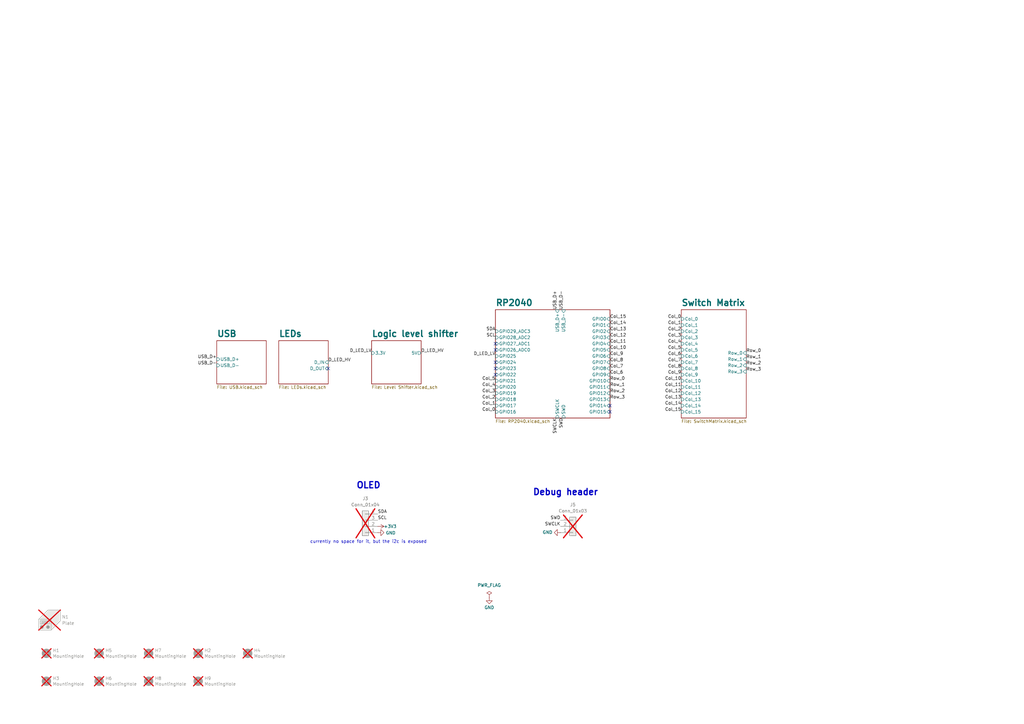
<source format=kicad_sch>
(kicad_sch
	(version 20231120)
	(generator "eeschema")
	(generator_version "8.0")
	(uuid "e63e39d7-6ac0-4ffd-8aa3-1841a4541b55")
	(paper "A3")
	(title_block
		(title "Mimic40")
		(date "2024-09-22")
		(rev "3")
		(comment 1 "Author: kevontheweb")
	)
	(lib_symbols
		(symbol "Connector_Generic:Conn_01x03"
			(pin_names
				(offset 1.016) hide)
			(exclude_from_sim no)
			(in_bom yes)
			(on_board yes)
			(property "Reference" "J"
				(at 0 5.08 0)
				(effects
					(font
						(size 1.27 1.27)
					)
				)
			)
			(property "Value" "Conn_01x03"
				(at 0 -5.08 0)
				(effects
					(font
						(size 1.27 1.27)
					)
				)
			)
			(property "Footprint" ""
				(at 0 0 0)
				(effects
					(font
						(size 1.27 1.27)
					)
					(hide yes)
				)
			)
			(property "Datasheet" "~"
				(at 0 0 0)
				(effects
					(font
						(size 1.27 1.27)
					)
					(hide yes)
				)
			)
			(property "Description" "Generic connector, single row, 01x03, script generated (kicad-library-utils/schlib/autogen/connector/)"
				(at 0 0 0)
				(effects
					(font
						(size 1.27 1.27)
					)
					(hide yes)
				)
			)
			(property "ki_keywords" "connector"
				(at 0 0 0)
				(effects
					(font
						(size 1.27 1.27)
					)
					(hide yes)
				)
			)
			(property "ki_fp_filters" "Connector*:*_1x??_*"
				(at 0 0 0)
				(effects
					(font
						(size 1.27 1.27)
					)
					(hide yes)
				)
			)
			(symbol "Conn_01x03_1_1"
				(rectangle
					(start -1.27 -2.413)
					(end 0 -2.667)
					(stroke
						(width 0.1524)
						(type default)
					)
					(fill
						(type none)
					)
				)
				(rectangle
					(start -1.27 0.127)
					(end 0 -0.127)
					(stroke
						(width 0.1524)
						(type default)
					)
					(fill
						(type none)
					)
				)
				(rectangle
					(start -1.27 2.667)
					(end 0 2.413)
					(stroke
						(width 0.1524)
						(type default)
					)
					(fill
						(type none)
					)
				)
				(rectangle
					(start -1.27 3.81)
					(end 1.27 -3.81)
					(stroke
						(width 0.254)
						(type default)
					)
					(fill
						(type background)
					)
				)
				(pin passive line
					(at -5.08 2.54 0)
					(length 3.81)
					(name "Pin_1"
						(effects
							(font
								(size 1.27 1.27)
							)
						)
					)
					(number "1"
						(effects
							(font
								(size 1.27 1.27)
							)
						)
					)
				)
				(pin passive line
					(at -5.08 0 0)
					(length 3.81)
					(name "Pin_2"
						(effects
							(font
								(size 1.27 1.27)
							)
						)
					)
					(number "2"
						(effects
							(font
								(size 1.27 1.27)
							)
						)
					)
				)
				(pin passive line
					(at -5.08 -2.54 0)
					(length 3.81)
					(name "Pin_3"
						(effects
							(font
								(size 1.27 1.27)
							)
						)
					)
					(number "3"
						(effects
							(font
								(size 1.27 1.27)
							)
						)
					)
				)
			)
		)
		(symbol "Connector_Generic:Conn_01x04"
			(pin_names
				(offset 1.016) hide)
			(exclude_from_sim no)
			(in_bom yes)
			(on_board yes)
			(property "Reference" "J"
				(at 0 5.08 0)
				(effects
					(font
						(size 1.27 1.27)
					)
				)
			)
			(property "Value" "Conn_01x04"
				(at 0 -7.62 0)
				(effects
					(font
						(size 1.27 1.27)
					)
				)
			)
			(property "Footprint" ""
				(at 0 0 0)
				(effects
					(font
						(size 1.27 1.27)
					)
					(hide yes)
				)
			)
			(property "Datasheet" "~"
				(at 0 0 0)
				(effects
					(font
						(size 1.27 1.27)
					)
					(hide yes)
				)
			)
			(property "Description" "Generic connector, single row, 01x04, script generated (kicad-library-utils/schlib/autogen/connector/)"
				(at 0 0 0)
				(effects
					(font
						(size 1.27 1.27)
					)
					(hide yes)
				)
			)
			(property "ki_keywords" "connector"
				(at 0 0 0)
				(effects
					(font
						(size 1.27 1.27)
					)
					(hide yes)
				)
			)
			(property "ki_fp_filters" "Connector*:*_1x??_*"
				(at 0 0 0)
				(effects
					(font
						(size 1.27 1.27)
					)
					(hide yes)
				)
			)
			(symbol "Conn_01x04_1_1"
				(rectangle
					(start -1.27 -4.953)
					(end 0 -5.207)
					(stroke
						(width 0.1524)
						(type default)
					)
					(fill
						(type none)
					)
				)
				(rectangle
					(start -1.27 -2.413)
					(end 0 -2.667)
					(stroke
						(width 0.1524)
						(type default)
					)
					(fill
						(type none)
					)
				)
				(rectangle
					(start -1.27 0.127)
					(end 0 -0.127)
					(stroke
						(width 0.1524)
						(type default)
					)
					(fill
						(type none)
					)
				)
				(rectangle
					(start -1.27 2.667)
					(end 0 2.413)
					(stroke
						(width 0.1524)
						(type default)
					)
					(fill
						(type none)
					)
				)
				(rectangle
					(start -1.27 3.81)
					(end 1.27 -6.35)
					(stroke
						(width 0.254)
						(type default)
					)
					(fill
						(type background)
					)
				)
				(pin passive line
					(at -5.08 2.54 0)
					(length 3.81)
					(name "Pin_1"
						(effects
							(font
								(size 1.27 1.27)
							)
						)
					)
					(number "1"
						(effects
							(font
								(size 1.27 1.27)
							)
						)
					)
				)
				(pin passive line
					(at -5.08 0 0)
					(length 3.81)
					(name "Pin_2"
						(effects
							(font
								(size 1.27 1.27)
							)
						)
					)
					(number "2"
						(effects
							(font
								(size 1.27 1.27)
							)
						)
					)
				)
				(pin passive line
					(at -5.08 -2.54 0)
					(length 3.81)
					(name "Pin_3"
						(effects
							(font
								(size 1.27 1.27)
							)
						)
					)
					(number "3"
						(effects
							(font
								(size 1.27 1.27)
							)
						)
					)
				)
				(pin passive line
					(at -5.08 -5.08 0)
					(length 3.81)
					(name "Pin_4"
						(effects
							(font
								(size 1.27 1.27)
							)
						)
					)
					(number "4"
						(effects
							(font
								(size 1.27 1.27)
							)
						)
					)
				)
			)
		)
		(symbol "Mechanical:Housing"
			(pin_names
				(offset 1.016)
			)
			(exclude_from_sim yes)
			(in_bom yes)
			(on_board yes)
			(property "Reference" "N"
				(at 3.81 0 0)
				(effects
					(font
						(size 1.27 1.27)
					)
					(justify left)
				)
			)
			(property "Value" "Housing"
				(at 3.81 -1.905 0)
				(effects
					(font
						(size 1.27 1.27)
					)
					(justify left)
				)
			)
			(property "Footprint" ""
				(at 1.27 1.27 0)
				(effects
					(font
						(size 1.27 1.27)
					)
					(hide yes)
				)
			)
			(property "Datasheet" "~"
				(at 1.27 1.27 0)
				(effects
					(font
						(size 1.27 1.27)
					)
					(hide yes)
				)
			)
			(property "Description" "Housing"
				(at 0 0 0)
				(effects
					(font
						(size 1.27 1.27)
					)
					(hide yes)
				)
			)
			(property "ki_keywords" "housing enclosure"
				(at 0 0 0)
				(effects
					(font
						(size 1.27 1.27)
					)
					(hide yes)
				)
			)
			(property "ki_fp_filters" "Enclosure* Housing*"
				(at 0 0 0)
				(effects
					(font
						(size 1.27 1.27)
					)
					(hide yes)
				)
			)
			(symbol "Housing_0_1"
				(rectangle
					(start -5.08 -0.635)
					(end -1.27 -1.905)
					(stroke
						(width 0)
						(type default)
					)
					(fill
						(type none)
					)
				)
				(circle
					(center -4.445 -3.175)
					(radius 0.635)
					(stroke
						(width 0)
						(type default)
					)
					(fill
						(type outline)
					)
				)
				(circle
					(center -1.905 -3.175)
					(radius 0.635)
					(stroke
						(width 0)
						(type default)
					)
					(fill
						(type outline)
					)
				)
				(polyline
					(pts
						(xy -4.5212 -1.5748) (xy -4.4704 -1.3716)
					)
					(stroke
						(width 0)
						(type default)
					)
					(fill
						(type none)
					)
				)
				(polyline
					(pts
						(xy -4.4196 -1.6764) (xy -4.064 -1.6764)
					)
					(stroke
						(width 0)
						(type default)
					)
					(fill
						(type none)
					)
				)
				(polyline
					(pts
						(xy -4.4196 -1.2192) (xy -4.3688 -0.9652)
					)
					(stroke
						(width 0)
						(type default)
					)
					(fill
						(type none)
					)
				)
				(polyline
					(pts
						(xy -4.318 -1.3208) (xy -4.0132 -1.3208)
					)
					(stroke
						(width 0)
						(type default)
					)
					(fill
						(type none)
					)
				)
				(polyline
					(pts
						(xy -4.2164 -0.9144) (xy -3.9116 -0.9144)
					)
					(stroke
						(width 0)
						(type default)
					)
					(fill
						(type none)
					)
				)
				(polyline
					(pts
						(xy -3.9116 -1.6256) (xy -3.8608 -1.3716)
					)
					(stroke
						(width 0)
						(type default)
					)
					(fill
						(type none)
					)
				)
				(polyline
					(pts
						(xy -3.81 -1.2192) (xy -3.7592 -0.9652)
					)
					(stroke
						(width 0)
						(type default)
					)
					(fill
						(type none)
					)
				)
				(polyline
					(pts
						(xy -3.6068 -1.5748) (xy -3.556 -1.3716)
					)
					(stroke
						(width 0)
						(type default)
					)
					(fill
						(type none)
					)
				)
				(polyline
					(pts
						(xy -3.5052 -1.6764) (xy -3.1496 -1.6764)
					)
					(stroke
						(width 0)
						(type default)
					)
					(fill
						(type none)
					)
				)
				(polyline
					(pts
						(xy -3.5052 -1.2192) (xy -3.4544 -0.9652)
					)
					(stroke
						(width 0)
						(type default)
					)
					(fill
						(type none)
					)
				)
				(polyline
					(pts
						(xy -3.4036 -1.3208) (xy -3.0988 -1.3208)
					)
					(stroke
						(width 0)
						(type default)
					)
					(fill
						(type none)
					)
				)
				(polyline
					(pts
						(xy -3.302 -0.9144) (xy -2.9972 -0.9144)
					)
					(stroke
						(width 0)
						(type default)
					)
					(fill
						(type none)
					)
				)
				(polyline
					(pts
						(xy -2.9972 -1.6256) (xy -2.9464 -1.3716)
					)
					(stroke
						(width 0)
						(type default)
					)
					(fill
						(type none)
					)
				)
				(polyline
					(pts
						(xy -2.8956 -1.2192) (xy -2.8448 -0.9652)
					)
					(stroke
						(width 0)
						(type default)
					)
					(fill
						(type none)
					)
				)
				(polyline
					(pts
						(xy -2.6924 -1.5748) (xy -2.6416 -1.3716)
					)
					(stroke
						(width 0)
						(type default)
					)
					(fill
						(type none)
					)
				)
				(polyline
					(pts
						(xy -2.5908 -1.6764) (xy -2.2352 -1.6764)
					)
					(stroke
						(width 0)
						(type default)
					)
					(fill
						(type none)
					)
				)
				(polyline
					(pts
						(xy -2.5908 -1.2192) (xy -2.54 -0.9652)
					)
					(stroke
						(width 0)
						(type default)
					)
					(fill
						(type none)
					)
				)
				(polyline
					(pts
						(xy -2.4892 -1.3208) (xy -2.1844 -1.3208)
					)
					(stroke
						(width 0)
						(type default)
					)
					(fill
						(type none)
					)
				)
				(polyline
					(pts
						(xy -2.3876 -0.9144) (xy -2.0828 -0.9144)
					)
					(stroke
						(width 0)
						(type default)
					)
					(fill
						(type none)
					)
				)
				(polyline
					(pts
						(xy -2.0828 -1.6256) (xy -2.032 -1.3716)
					)
					(stroke
						(width 0)
						(type default)
					)
					(fill
						(type none)
					)
				)
				(polyline
					(pts
						(xy -1.9812 -1.2192) (xy -1.9304 -0.9652)
					)
					(stroke
						(width 0)
						(type default)
					)
					(fill
						(type none)
					)
				)
				(polyline
					(pts
						(xy -0.635 0) (xy -0.635 -4.445)
					)
					(stroke
						(width 0)
						(type default)
					)
					(fill
						(type none)
					)
				)
				(polyline
					(pts
						(xy -5.715 0) (xy -0.635 0) (xy 3.175 3.81)
					)
					(stroke
						(width 0)
						(type default)
					)
					(fill
						(type none)
					)
				)
				(polyline
					(pts
						(xy -5.715 0) (xy -5.715 -4.445) (xy -0.635 -4.445) (xy 3.175 -0.635) (xy 3.175 3.81) (xy -1.905 3.81)
						(xy -5.715 0)
					)
					(stroke
						(width 0)
						(type default)
					)
					(fill
						(type background)
					)
				)
			)
		)
		(symbol "Mechanical:MountingHole"
			(pin_names
				(offset 1.016)
			)
			(exclude_from_sim no)
			(in_bom yes)
			(on_board yes)
			(property "Reference" "H"
				(at 0 5.08 0)
				(effects
					(font
						(size 1.27 1.27)
					)
				)
			)
			(property "Value" "MountingHole"
				(at 0 3.175 0)
				(effects
					(font
						(size 1.27 1.27)
					)
				)
			)
			(property "Footprint" ""
				(at 0 0 0)
				(effects
					(font
						(size 1.27 1.27)
					)
					(hide yes)
				)
			)
			(property "Datasheet" "~"
				(at 0 0 0)
				(effects
					(font
						(size 1.27 1.27)
					)
					(hide yes)
				)
			)
			(property "Description" "Mounting Hole without connection"
				(at 0 0 0)
				(effects
					(font
						(size 1.27 1.27)
					)
					(hide yes)
				)
			)
			(property "ki_keywords" "mounting hole"
				(at 0 0 0)
				(effects
					(font
						(size 1.27 1.27)
					)
					(hide yes)
				)
			)
			(property "ki_fp_filters" "MountingHole*"
				(at 0 0 0)
				(effects
					(font
						(size 1.27 1.27)
					)
					(hide yes)
				)
			)
			(symbol "MountingHole_0_1"
				(circle
					(center 0 0)
					(radius 1.27)
					(stroke
						(width 1.27)
						(type default)
					)
					(fill
						(type none)
					)
				)
			)
		)
		(symbol "power:+3V3"
			(power)
			(pin_numbers hide)
			(pin_names
				(offset 0) hide)
			(exclude_from_sim no)
			(in_bom yes)
			(on_board yes)
			(property "Reference" "#PWR"
				(at 0 -3.81 0)
				(effects
					(font
						(size 1.27 1.27)
					)
					(hide yes)
				)
			)
			(property "Value" "+3V3"
				(at 0 3.556 0)
				(effects
					(font
						(size 1.27 1.27)
					)
				)
			)
			(property "Footprint" ""
				(at 0 0 0)
				(effects
					(font
						(size 1.27 1.27)
					)
					(hide yes)
				)
			)
			(property "Datasheet" ""
				(at 0 0 0)
				(effects
					(font
						(size 1.27 1.27)
					)
					(hide yes)
				)
			)
			(property "Description" "Power symbol creates a global label with name \"+3V3\""
				(at 0 0 0)
				(effects
					(font
						(size 1.27 1.27)
					)
					(hide yes)
				)
			)
			(property "ki_keywords" "global power"
				(at 0 0 0)
				(effects
					(font
						(size 1.27 1.27)
					)
					(hide yes)
				)
			)
			(symbol "+3V3_0_1"
				(polyline
					(pts
						(xy -0.762 1.27) (xy 0 2.54)
					)
					(stroke
						(width 0)
						(type default)
					)
					(fill
						(type none)
					)
				)
				(polyline
					(pts
						(xy 0 0) (xy 0 2.54)
					)
					(stroke
						(width 0)
						(type default)
					)
					(fill
						(type none)
					)
				)
				(polyline
					(pts
						(xy 0 2.54) (xy 0.762 1.27)
					)
					(stroke
						(width 0)
						(type default)
					)
					(fill
						(type none)
					)
				)
			)
			(symbol "+3V3_1_1"
				(pin power_in line
					(at 0 0 90)
					(length 0)
					(name "~"
						(effects
							(font
								(size 1.27 1.27)
							)
						)
					)
					(number "1"
						(effects
							(font
								(size 1.27 1.27)
							)
						)
					)
				)
			)
		)
		(symbol "power:GND"
			(power)
			(pin_numbers hide)
			(pin_names
				(offset 0) hide)
			(exclude_from_sim no)
			(in_bom yes)
			(on_board yes)
			(property "Reference" "#PWR"
				(at 0 -6.35 0)
				(effects
					(font
						(size 1.27 1.27)
					)
					(hide yes)
				)
			)
			(property "Value" "GND"
				(at 0 -3.81 0)
				(effects
					(font
						(size 1.27 1.27)
					)
				)
			)
			(property "Footprint" ""
				(at 0 0 0)
				(effects
					(font
						(size 1.27 1.27)
					)
					(hide yes)
				)
			)
			(property "Datasheet" ""
				(at 0 0 0)
				(effects
					(font
						(size 1.27 1.27)
					)
					(hide yes)
				)
			)
			(property "Description" "Power symbol creates a global label with name \"GND\" , ground"
				(at 0 0 0)
				(effects
					(font
						(size 1.27 1.27)
					)
					(hide yes)
				)
			)
			(property "ki_keywords" "global power"
				(at 0 0 0)
				(effects
					(font
						(size 1.27 1.27)
					)
					(hide yes)
				)
			)
			(symbol "GND_0_1"
				(polyline
					(pts
						(xy 0 0) (xy 0 -1.27) (xy 1.27 -1.27) (xy 0 -2.54) (xy -1.27 -1.27) (xy 0 -1.27)
					)
					(stroke
						(width 0)
						(type default)
					)
					(fill
						(type none)
					)
				)
			)
			(symbol "GND_1_1"
				(pin power_in line
					(at 0 0 270)
					(length 0)
					(name "~"
						(effects
							(font
								(size 1.27 1.27)
							)
						)
					)
					(number "1"
						(effects
							(font
								(size 1.27 1.27)
							)
						)
					)
				)
			)
		)
		(symbol "power:PWR_FLAG"
			(power)
			(pin_numbers hide)
			(pin_names
				(offset 0) hide)
			(exclude_from_sim no)
			(in_bom yes)
			(on_board yes)
			(property "Reference" "#FLG"
				(at 0 1.905 0)
				(effects
					(font
						(size 1.27 1.27)
					)
					(hide yes)
				)
			)
			(property "Value" "PWR_FLAG"
				(at 0 3.81 0)
				(effects
					(font
						(size 1.27 1.27)
					)
				)
			)
			(property "Footprint" ""
				(at 0 0 0)
				(effects
					(font
						(size 1.27 1.27)
					)
					(hide yes)
				)
			)
			(property "Datasheet" "~"
				(at 0 0 0)
				(effects
					(font
						(size 1.27 1.27)
					)
					(hide yes)
				)
			)
			(property "Description" "Special symbol for telling ERC where power comes from"
				(at 0 0 0)
				(effects
					(font
						(size 1.27 1.27)
					)
					(hide yes)
				)
			)
			(property "ki_keywords" "flag power"
				(at 0 0 0)
				(effects
					(font
						(size 1.27 1.27)
					)
					(hide yes)
				)
			)
			(symbol "PWR_FLAG_0_0"
				(pin power_out line
					(at 0 0 90)
					(length 0)
					(name "~"
						(effects
							(font
								(size 1.27 1.27)
							)
						)
					)
					(number "1"
						(effects
							(font
								(size 1.27 1.27)
							)
						)
					)
				)
			)
			(symbol "PWR_FLAG_0_1"
				(polyline
					(pts
						(xy 0 0) (xy 0 1.27) (xy -1.016 1.905) (xy 0 2.54) (xy 1.016 1.905) (xy 0 1.27)
					)
					(stroke
						(width 0)
						(type default)
					)
					(fill
						(type none)
					)
				)
			)
		)
	)
	(no_connect
		(at 203.2 140.97)
		(uuid "425e2481-96c1-40f9-8522-ae65b63c5eee")
	)
	(no_connect
		(at 134.62 151.13)
		(uuid "57ebf332-13e1-4167-bb01-ec388ea1f3ce")
	)
	(no_connect
		(at 250.19 168.91)
		(uuid "74084970-3ce6-4f41-8433-6dc0480bf6e7")
	)
	(no_connect
		(at 203.2 153.67)
		(uuid "bd761c3c-0a4e-4c2a-afc4-606c80a1678e")
	)
	(no_connect
		(at 250.19 166.37)
		(uuid "c77be109-8247-4fa2-a3c5-6aa30ec2f704")
	)
	(no_connect
		(at 203.2 148.59)
		(uuid "cf6efb3b-bc02-4b75-aaf4-b3a68099c067")
	)
	(no_connect
		(at 203.2 143.51)
		(uuid "cff22270-6ddd-4b2f-b68d-9e801234aa84")
	)
	(no_connect
		(at 203.2 151.13)
		(uuid "f6e98e0f-163f-47b4-9615-5c0c7c4166a0")
	)
	(text "Debug header"
		(exclude_from_sim no)
		(at 218.44 203.454 0)
		(effects
			(font
				(size 2.54 2.54)
				(thickness 0.508)
				(bold yes)
			)
			(justify left bottom)
		)
		(uuid "3640d65e-69a3-40dc-9919-0fbe9156d6bf")
	)
	(text "currently no space for it, but the i2c is exposed"
		(exclude_from_sim no)
		(at 151.13 222.25 0)
		(effects
			(font
				(size 1.27 1.27)
			)
		)
		(uuid "4e6759dc-291b-44c6-8cb0-f54cf5536854")
	)
	(text "OLED"
		(exclude_from_sim no)
		(at 146.05 200.66 0)
		(effects
			(font
				(size 2.54 2.54)
				(thickness 0.508)
				(bold yes)
			)
			(justify left bottom)
		)
		(uuid "f6fb979f-df91-4840-8c73-a60b4da31f42")
	)
	(label "Col_7"
		(at 279.4 148.59 180)
		(fields_autoplaced yes)
		(effects
			(font
				(size 1.27 1.27)
			)
			(justify right bottom)
		)
		(uuid "0071c9e6-566b-470a-85d4-2173788ef974")
	)
	(label "Col_5"
		(at 203.2 156.21 180)
		(fields_autoplaced yes)
		(effects
			(font
				(size 1.27 1.27)
			)
			(justify right bottom)
		)
		(uuid "03d71644-1cf0-4910-b495-51110a8a7a74")
	)
	(label "Row_2"
		(at 306.07 149.86 0)
		(fields_autoplaced yes)
		(effects
			(font
				(size 1.27 1.27)
			)
			(justify left bottom)
		)
		(uuid "05d0a37e-ee5f-44e9-9c8d-ab6235304882")
	)
	(label "Row_0"
		(at 306.07 144.78 0)
		(fields_autoplaced yes)
		(effects
			(font
				(size 1.27 1.27)
			)
			(justify left bottom)
		)
		(uuid "142b16e4-b022-47a9-9838-df80d08a1ac5")
	)
	(label "SWCLK"
		(at 228.6 171.45 270)
		(fields_autoplaced yes)
		(effects
			(font
				(size 1.27 1.27)
			)
			(justify right bottom)
		)
		(uuid "1625432b-4bab-4b1f-8bd1-a14bbaf6cf5a")
	)
	(label "USB_D-"
		(at 231.14 127 90)
		(fields_autoplaced yes)
		(effects
			(font
				(size 1.27 1.27)
			)
			(justify left bottom)
		)
		(uuid "19ffc724-c695-4bd0-85fb-9bd7e758fe73")
	)
	(label "Col_6"
		(at 279.4 146.05 180)
		(fields_autoplaced yes)
		(effects
			(font
				(size 1.27 1.27)
			)
			(justify right bottom)
		)
		(uuid "1fc95623-e5cc-4d62-908e-eda92d36b056")
	)
	(label "SWCLK"
		(at 229.87 215.9 180)
		(fields_autoplaced yes)
		(effects
			(font
				(size 1.27 1.27)
			)
			(justify right bottom)
		)
		(uuid "21dc48cb-e3cc-4a58-8226-1035e220946a")
	)
	(label "SDA"
		(at 203.2 135.89 180)
		(fields_autoplaced yes)
		(effects
			(font
				(size 1.27 1.27)
			)
			(justify right bottom)
		)
		(uuid "24ed5c34-a1ac-4887-9988-489f97b5584c")
	)
	(label "Col_15"
		(at 250.19 130.81 0)
		(fields_autoplaced yes)
		(effects
			(font
				(size 1.27 1.27)
			)
			(justify left bottom)
		)
		(uuid "25df6085-dfd1-4d69-afd4-868d6df8156b")
	)
	(label "Col_13"
		(at 250.19 135.89 0)
		(fields_autoplaced yes)
		(effects
			(font
				(size 1.27 1.27)
			)
			(justify left bottom)
		)
		(uuid "274bd818-7a6d-4ff8-acc5-12e75b3c5a78")
	)
	(label "Col_4"
		(at 203.2 158.75 180)
		(fields_autoplaced yes)
		(effects
			(font
				(size 1.27 1.27)
			)
			(justify right bottom)
		)
		(uuid "280517a5-3990-466e-a256-2d951555cbb2")
	)
	(label "Row_3"
		(at 306.07 152.4 0)
		(fields_autoplaced yes)
		(effects
			(font
				(size 1.27 1.27)
			)
			(justify left bottom)
		)
		(uuid "2893b3e5-94b1-40ba-8d96-95a42794216b")
	)
	(label "SWD"
		(at 229.87 213.36 180)
		(fields_autoplaced yes)
		(effects
			(font
				(size 1.27 1.27)
			)
			(justify right bottom)
		)
		(uuid "33c5d4c7-78a3-4dfe-b07f-8203947fd81d")
	)
	(label "Col_12"
		(at 250.19 138.43 0)
		(fields_autoplaced yes)
		(effects
			(font
				(size 1.27 1.27)
			)
			(justify left bottom)
		)
		(uuid "3cab05da-ec1c-4203-8ba2-7bd0669d19da")
	)
	(label "Col_5"
		(at 279.4 143.51 180)
		(fields_autoplaced yes)
		(effects
			(font
				(size 1.27 1.27)
			)
			(justify right bottom)
		)
		(uuid "3f8c7c68-cd03-49c5-a170-d64162628fed")
	)
	(label "Col_6"
		(at 250.19 153.67 0)
		(fields_autoplaced yes)
		(effects
			(font
				(size 1.27 1.27)
			)
			(justify left bottom)
		)
		(uuid "55ea0219-2c15-451d-a586-3f222cfb8895")
	)
	(label "Col_0"
		(at 279.4 130.81 180)
		(fields_autoplaced yes)
		(effects
			(font
				(size 1.27 1.27)
			)
			(justify right bottom)
		)
		(uuid "66afa62f-1c59-492d-b194-dde621b7c8fd")
	)
	(label "Col_4"
		(at 279.4 140.97 180)
		(fields_autoplaced yes)
		(effects
			(font
				(size 1.27 1.27)
			)
			(justify right bottom)
		)
		(uuid "6a337a04-ee9a-4e61-a158-cb04be829d41")
	)
	(label "Col_1"
		(at 279.4 133.35 180)
		(fields_autoplaced yes)
		(effects
			(font
				(size 1.27 1.27)
			)
			(justify right bottom)
		)
		(uuid "6c6bc396-263e-4cb6-870f-4a4d8e6e95a1")
	)
	(label "Col_3"
		(at 203.2 161.29 180)
		(fields_autoplaced yes)
		(effects
			(font
				(size 1.27 1.27)
			)
			(justify right bottom)
		)
		(uuid "6ff0874f-e099-4be5-ab95-aba2ecc711e2")
	)
	(label "Col_11"
		(at 250.19 140.97 0)
		(fields_autoplaced yes)
		(effects
			(font
				(size 1.27 1.27)
			)
			(justify left bottom)
		)
		(uuid "724b5c51-1fbb-4bfb-8994-8922d5a7287a")
	)
	(label "Col_0"
		(at 203.2 168.91 180)
		(fields_autoplaced yes)
		(effects
			(font
				(size 1.27 1.27)
			)
			(justify right bottom)
		)
		(uuid "734c6c0e-4952-44d0-a633-e85127e86c15")
	)
	(label "Col_13"
		(at 279.4 163.83 180)
		(fields_autoplaced yes)
		(effects
			(font
				(size 1.27 1.27)
			)
			(justify right bottom)
		)
		(uuid "7491670c-716f-4295-811e-40f0d65c105b")
	)
	(label "Row_1"
		(at 306.07 147.32 0)
		(fields_autoplaced yes)
		(effects
			(font
				(size 1.27 1.27)
			)
			(justify left bottom)
		)
		(uuid "78326749-91d5-494a-b49c-76de87abc118")
	)
	(label "D_LED_LV"
		(at 152.4 144.78 180)
		(fields_autoplaced yes)
		(effects
			(font
				(size 1.27 1.27)
			)
			(justify right bottom)
		)
		(uuid "7836a28f-379d-4645-8cff-48891013f931")
	)
	(label "Col_1"
		(at 203.2 166.37 180)
		(fields_autoplaced yes)
		(effects
			(font
				(size 1.27 1.27)
			)
			(justify right bottom)
		)
		(uuid "7ad66dc8-034d-44d1-bdaa-4d074124bc90")
	)
	(label "Col_8"
		(at 250.19 148.59 0)
		(fields_autoplaced yes)
		(effects
			(font
				(size 1.27 1.27)
			)
			(justify left bottom)
		)
		(uuid "8875dc87-dfcf-46f5-ab90-46c718885b3b")
	)
	(label "SWD"
		(at 231.14 171.45 270)
		(fields_autoplaced yes)
		(effects
			(font
				(size 1.27 1.27)
			)
			(justify right bottom)
		)
		(uuid "8bd62bc1-bdfb-42b5-b428-8cf9fcd33af6")
	)
	(label "USB_D+"
		(at 88.9 147.32 180)
		(fields_autoplaced yes)
		(effects
			(font
				(size 1.27 1.27)
			)
			(justify right bottom)
		)
		(uuid "8e6b641a-3728-41bc-8533-8f2fd055fabf")
	)
	(label "Row_0"
		(at 250.19 156.21 0)
		(fields_autoplaced yes)
		(effects
			(font
				(size 1.27 1.27)
			)
			(justify left bottom)
		)
		(uuid "9bb99a8d-982a-4ebc-a520-4997d1b8b806")
	)
	(label "Col_15"
		(at 279.4 168.91 180)
		(fields_autoplaced yes)
		(effects
			(font
				(size 1.27 1.27)
			)
			(justify right bottom)
		)
		(uuid "9c72a969-9641-4360-91cf-ee94d62f4ae5")
	)
	(label "SCL"
		(at 154.94 213.36 0)
		(fields_autoplaced yes)
		(effects
			(font
				(size 1.27 1.27)
			)
			(justify left bottom)
		)
		(uuid "9c7e75f2-d626-4105-b89f-3229fda4c1c2")
	)
	(label "Col_3"
		(at 279.4 138.43 180)
		(fields_autoplaced yes)
		(effects
			(font
				(size 1.27 1.27)
			)
			(justify right bottom)
		)
		(uuid "9d748686-afcd-412e-8577-c60ae1bfcd8f")
	)
	(label "Col_14"
		(at 279.4 166.37 180)
		(fields_autoplaced yes)
		(effects
			(font
				(size 1.27 1.27)
			)
			(justify right bottom)
		)
		(uuid "9db6868d-e810-4ba4-84ac-6742c93ee667")
	)
	(label "Col_9"
		(at 279.4 153.67 180)
		(fields_autoplaced yes)
		(effects
			(font
				(size 1.27 1.27)
			)
			(justify right bottom)
		)
		(uuid "9ea7fa77-8925-4113-86aa-6fff5931f710")
	)
	(label "Col_9"
		(at 250.19 146.05 0)
		(fields_autoplaced yes)
		(effects
			(font
				(size 1.27 1.27)
			)
			(justify left bottom)
		)
		(uuid "9f840754-ef85-44ee-b37c-35fa716e51fc")
	)
	(label "Col_10"
		(at 279.4 156.21 180)
		(fields_autoplaced yes)
		(effects
			(font
				(size 1.27 1.27)
			)
			(justify right bottom)
		)
		(uuid "a0957532-77aa-46d6-89c8-4567f2f09ef9")
	)
	(label "Col_10"
		(at 250.19 143.51 0)
		(fields_autoplaced yes)
		(effects
			(font
				(size 1.27 1.27)
			)
			(justify left bottom)
		)
		(uuid "a2f5573d-501b-4429-9e3b-5c70a9ef7fb0")
	)
	(label "Col_11"
		(at 279.4 158.75 180)
		(fields_autoplaced yes)
		(effects
			(font
				(size 1.27 1.27)
			)
			(justify right bottom)
		)
		(uuid "ab71b56b-8a02-4df6-bd09-582a3b9c749f")
	)
	(label "D_LED_HV"
		(at 134.62 148.59 0)
		(fields_autoplaced yes)
		(effects
			(font
				(size 1.27 1.27)
			)
			(justify left bottom)
		)
		(uuid "ac67e277-e85a-4bd1-a925-1755d9448035")
	)
	(label "Row_3"
		(at 250.19 163.83 0)
		(fields_autoplaced yes)
		(effects
			(font
				(size 1.27 1.27)
			)
			(justify left bottom)
		)
		(uuid "ad8b7dd5-5b17-4e56-bb58-c7a0281ed99e")
	)
	(label "Col_7"
		(at 250.19 151.13 0)
		(fields_autoplaced yes)
		(effects
			(font
				(size 1.27 1.27)
			)
			(justify left bottom)
		)
		(uuid "b74ff2ed-958f-4e91-b998-74bcef447a08")
	)
	(label "Col_8"
		(at 279.4 151.13 180)
		(fields_autoplaced yes)
		(effects
			(font
				(size 1.27 1.27)
			)
			(justify right bottom)
		)
		(uuid "bd0213b3-cf21-4c5b-a2d5-695cb680f139")
	)
	(label "Col_2"
		(at 203.2 163.83 180)
		(fields_autoplaced yes)
		(effects
			(font
				(size 1.27 1.27)
			)
			(justify right bottom)
		)
		(uuid "ca466a8b-caf9-46ac-9d0a-604b4004c730")
	)
	(label "USB_D-"
		(at 88.9 149.86 180)
		(fields_autoplaced yes)
		(effects
			(font
				(size 1.27 1.27)
			)
			(justify right bottom)
		)
		(uuid "cb76397c-f219-4ba0-9978-d64d47e1b50d")
	)
	(label "SCL"
		(at 203.2 138.43 180)
		(fields_autoplaced yes)
		(effects
			(font
				(size 1.27 1.27)
			)
			(justify right bottom)
		)
		(uuid "ce891bc4-c21b-4203-a840-749dde8caeaa")
	)
	(label "D_LED_HV"
		(at 172.72 144.78 0)
		(fields_autoplaced yes)
		(effects
			(font
				(size 1.27 1.27)
			)
			(justify left bottom)
		)
		(uuid "cf28d47a-17a1-4c72-959d-3a0dae41a2a5")
	)
	(label "Row_2"
		(at 250.19 161.29 0)
		(fields_autoplaced yes)
		(effects
			(font
				(size 1.27 1.27)
			)
			(justify left bottom)
		)
		(uuid "e5b075b8-6c94-4b6c-901d-56626a3d3187")
	)
	(label "Col_14"
		(at 250.19 133.35 0)
		(fields_autoplaced yes)
		(effects
			(font
				(size 1.27 1.27)
			)
			(justify left bottom)
		)
		(uuid "e5f51442-a787-4a7a-b651-694d5205e8bd")
	)
	(label "D_LED_LV"
		(at 203.2 146.05 180)
		(fields_autoplaced yes)
		(effects
			(font
				(size 1.27 1.27)
			)
			(justify right bottom)
		)
		(uuid "e8bb6026-dc5e-4cf7-aaff-349267a3dea7")
	)
	(label "Col_12"
		(at 279.4 161.29 180)
		(fields_autoplaced yes)
		(effects
			(font
				(size 1.27 1.27)
			)
			(justify right bottom)
		)
		(uuid "eb873c4e-156f-468a-88fd-09de6eae45ec")
	)
	(label "SDA"
		(at 154.94 210.82 0)
		(fields_autoplaced yes)
		(effects
			(font
				(size 1.27 1.27)
			)
			(justify left bottom)
		)
		(uuid "f1d34609-e106-497c-84f2-c2eb31b33314")
	)
	(label "Row_1"
		(at 250.19 158.75 0)
		(fields_autoplaced yes)
		(effects
			(font
				(size 1.27 1.27)
			)
			(justify left bottom)
		)
		(uuid "f2fb77f8-86ab-45be-8de2-b83bfab5d7ac")
	)
	(label "Col_2"
		(at 279.4 135.89 180)
		(fields_autoplaced yes)
		(effects
			(font
				(size 1.27 1.27)
			)
			(justify right bottom)
		)
		(uuid "f66ecf92-0ac3-452e-ab12-3742787a1b2b")
	)
	(label "USB_D+"
		(at 228.6 127 90)
		(fields_autoplaced yes)
		(effects
			(font
				(size 1.27 1.27)
			)
			(justify left bottom)
		)
		(uuid "f7b3e80c-2a39-4c26-96b2-d715d9a80186")
	)
	(symbol
		(lib_id "Mechanical:MountingHole")
		(at 19.05 279.4 0)
		(unit 1)
		(exclude_from_sim no)
		(in_bom no)
		(on_board yes)
		(dnp yes)
		(uuid "00000000-0000-0000-0000-00005e99ad30")
		(property "Reference" "H3"
			(at 21.59 278.2316 0)
			(effects
				(font
					(size 1.27 1.27)
				)
				(justify left)
			)
		)
		(property "Value" "MountingHole"
			(at 21.59 280.543 0)
			(effects
				(font
					(size 1.27 1.27)
				)
				(justify left)
			)
		)
		(property "Footprint" "MountingHole:MountingHole_2.2mm_M2"
			(at 19.05 279.4 0)
			(effects
				(font
					(size 1.27 1.27)
				)
				(hide yes)
			)
		)
		(property "Datasheet" "~"
			(at 19.05 279.4 0)
			(effects
				(font
					(size 1.27 1.27)
				)
				(hide yes)
			)
		)
		(property "Description" ""
			(at 19.05 279.4 0)
			(effects
				(font
					(size 1.27 1.27)
				)
				(hide yes)
			)
		)
		(property "Digikey" ""
			(at 19.05 279.4 0)
			(effects
				(font
					(size 1.27 1.27)
				)
				(hide yes)
			)
		)
		(property "LCSC" ""
			(at 19.05 279.4 0)
			(effects
				(font
					(size 1.27 1.27)
				)
				(hide yes)
			)
		)
		(property "MPN" "DNP"
			(at 19.05 279.4 0)
			(effects
				(font
					(size 1.27 1.27)
				)
				(hide yes)
			)
		)
		(property "Manufacturer" ""
			(at 19.05 279.4 0)
			(effects
				(font
					(size 1.27 1.27)
				)
				(hide yes)
			)
		)
		(property "Type" ""
			(at 19.05 279.4 0)
			(effects
				(font
					(size 1.27 1.27)
				)
				(hide yes)
			)
		)
		(property "Comment" ""
			(at 19.05 279.4 0)
			(effects
				(font
					(size 1.27 1.27)
				)
				(hide yes)
			)
		)
		(instances
			(project "Mimic40"
				(path "/e63e39d7-6ac0-4ffd-8aa3-1841a4541b55"
					(reference "H3")
					(unit 1)
				)
			)
		)
	)
	(symbol
		(lib_id "Mechanical:MountingHole")
		(at 19.05 267.97 0)
		(unit 1)
		(exclude_from_sim no)
		(in_bom no)
		(on_board yes)
		(dnp yes)
		(uuid "00000000-0000-0000-0000-00005e99b06f")
		(property "Reference" "H1"
			(at 21.59 266.8016 0)
			(effects
				(font
					(size 1.27 1.27)
				)
				(justify left)
			)
		)
		(property "Value" "MountingHole"
			(at 21.59 269.113 0)
			(effects
				(font
					(size 1.27 1.27)
				)
				(justify left)
			)
		)
		(property "Footprint" "MountingHole:MountingHole_2.2mm_M2"
			(at 19.05 267.97 0)
			(effects
				(font
					(size 1.27 1.27)
				)
				(hide yes)
			)
		)
		(property "Datasheet" "~"
			(at 19.05 267.97 0)
			(effects
				(font
					(size 1.27 1.27)
				)
				(hide yes)
			)
		)
		(property "Description" ""
			(at 19.05 267.97 0)
			(effects
				(font
					(size 1.27 1.27)
				)
				(hide yes)
			)
		)
		(property "Digikey" ""
			(at 19.05 267.97 0)
			(effects
				(font
					(size 1.27 1.27)
				)
				(hide yes)
			)
		)
		(property "LCSC" ""
			(at 19.05 267.97 0)
			(effects
				(font
					(size 1.27 1.27)
				)
				(hide yes)
			)
		)
		(property "MPN" "DNP"
			(at 19.05 267.97 0)
			(effects
				(font
					(size 1.27 1.27)
				)
				(hide yes)
			)
		)
		(property "Manufacturer" ""
			(at 19.05 267.97 0)
			(effects
				(font
					(size 1.27 1.27)
				)
				(hide yes)
			)
		)
		(property "Type" ""
			(at 19.05 267.97 0)
			(effects
				(font
					(size 1.27 1.27)
				)
				(hide yes)
			)
		)
		(property "Comment" ""
			(at 19.05 267.97 0)
			(effects
				(font
					(size 1.27 1.27)
				)
				(hide yes)
			)
		)
		(instances
			(project "Mimic40"
				(path "/e63e39d7-6ac0-4ffd-8aa3-1841a4541b55"
					(reference "H1")
					(unit 1)
				)
			)
		)
	)
	(symbol
		(lib_id "Mechanical:MountingHole")
		(at 40.64 267.97 0)
		(unit 1)
		(exclude_from_sim no)
		(in_bom no)
		(on_board yes)
		(dnp yes)
		(uuid "00000000-0000-0000-0000-00005e99cf54")
		(property "Reference" "H5"
			(at 43.18 266.8016 0)
			(effects
				(font
					(size 1.27 1.27)
				)
				(justify left)
			)
		)
		(property "Value" "MountingHole"
			(at 43.18 269.113 0)
			(effects
				(font
					(size 1.27 1.27)
				)
				(justify left)
			)
		)
		(property "Footprint" "MountingHole:MountingHole_2.2mm_M2"
			(at 40.64 267.97 0)
			(effects
				(font
					(size 1.27 1.27)
				)
				(hide yes)
			)
		)
		(property "Datasheet" "~"
			(at 40.64 267.97 0)
			(effects
				(font
					(size 1.27 1.27)
				)
				(hide yes)
			)
		)
		(property "Description" ""
			(at 40.64 267.97 0)
			(effects
				(font
					(size 1.27 1.27)
				)
				(hide yes)
			)
		)
		(property "Digikey" ""
			(at 40.64 267.97 0)
			(effects
				(font
					(size 1.27 1.27)
				)
				(hide yes)
			)
		)
		(property "LCSC" ""
			(at 40.64 267.97 0)
			(effects
				(font
					(size 1.27 1.27)
				)
				(hide yes)
			)
		)
		(property "MPN" "DNP"
			(at 40.64 267.97 0)
			(effects
				(font
					(size 1.27 1.27)
				)
				(hide yes)
			)
		)
		(property "Manufacturer" ""
			(at 40.64 267.97 0)
			(effects
				(font
					(size 1.27 1.27)
				)
				(hide yes)
			)
		)
		(property "Type" ""
			(at 40.64 267.97 0)
			(effects
				(font
					(size 1.27 1.27)
				)
				(hide yes)
			)
		)
		(property "Comment" ""
			(at 40.64 267.97 0)
			(effects
				(font
					(size 1.27 1.27)
				)
				(hide yes)
			)
		)
		(instances
			(project "Mimic40"
				(path "/e63e39d7-6ac0-4ffd-8aa3-1841a4541b55"
					(reference "H5")
					(unit 1)
				)
			)
		)
	)
	(symbol
		(lib_id "Mechanical:MountingHole")
		(at 40.64 279.4 0)
		(unit 1)
		(exclude_from_sim no)
		(in_bom no)
		(on_board yes)
		(dnp yes)
		(uuid "00000000-0000-0000-0000-00005e99e1a5")
		(property "Reference" "H6"
			(at 43.18 278.2316 0)
			(effects
				(font
					(size 1.27 1.27)
				)
				(justify left)
			)
		)
		(property "Value" "MountingHole"
			(at 43.18 280.543 0)
			(effects
				(font
					(size 1.27 1.27)
				)
				(justify left)
			)
		)
		(property "Footprint" "MountingHole:MountingHole_2.2mm_M2"
			(at 40.64 279.4 0)
			(effects
				(font
					(size 1.27 1.27)
				)
				(hide yes)
			)
		)
		(property "Datasheet" "~"
			(at 40.64 279.4 0)
			(effects
				(font
					(size 1.27 1.27)
				)
				(hide yes)
			)
		)
		(property "Description" ""
			(at 40.64 279.4 0)
			(effects
				(font
					(size 1.27 1.27)
				)
				(hide yes)
			)
		)
		(property "Digikey" ""
			(at 40.64 279.4 0)
			(effects
				(font
					(size 1.27 1.27)
				)
				(hide yes)
			)
		)
		(property "LCSC" ""
			(at 40.64 279.4 0)
			(effects
				(font
					(size 1.27 1.27)
				)
				(hide yes)
			)
		)
		(property "MPN" "DNP"
			(at 40.64 279.4 0)
			(effects
				(font
					(size 1.27 1.27)
				)
				(hide yes)
			)
		)
		(property "Manufacturer" ""
			(at 40.64 279.4 0)
			(effects
				(font
					(size 1.27 1.27)
				)
				(hide yes)
			)
		)
		(property "Type" ""
			(at 40.64 279.4 0)
			(effects
				(font
					(size 1.27 1.27)
				)
				(hide yes)
			)
		)
		(property "Comment" ""
			(at 40.64 279.4 0)
			(effects
				(font
					(size 1.27 1.27)
				)
				(hide yes)
			)
		)
		(instances
			(project "Mimic40"
				(path "/e63e39d7-6ac0-4ffd-8aa3-1841a4541b55"
					(reference "H6")
					(unit 1)
				)
			)
		)
	)
	(symbol
		(lib_id "power:PWR_FLAG")
		(at 200.66 245.11 0)
		(unit 1)
		(exclude_from_sim no)
		(in_bom yes)
		(on_board yes)
		(dnp no)
		(fields_autoplaced yes)
		(uuid "0938a842-7350-46ab-9240-2f962b8c1f8d")
		(property "Reference" "#FLG02"
			(at 200.66 243.205 0)
			(effects
				(font
					(size 1.27 1.27)
				)
				(hide yes)
			)
		)
		(property "Value" "PWR_FLAG"
			(at 200.66 240.03 0)
			(effects
				(font
					(size 1.27 1.27)
				)
			)
		)
		(property "Footprint" ""
			(at 200.66 245.11 0)
			(effects
				(font
					(size 1.27 1.27)
				)
				(hide yes)
			)
		)
		(property "Datasheet" "~"
			(at 200.66 245.11 0)
			(effects
				(font
					(size 1.27 1.27)
				)
				(hide yes)
			)
		)
		(property "Description" "Special symbol for telling ERC where power comes from"
			(at 200.66 245.11 0)
			(effects
				(font
					(size 1.27 1.27)
				)
				(hide yes)
			)
		)
		(pin "1"
			(uuid "ee7db31b-314c-42fd-9382-1d8ac560984c")
		)
		(instances
			(project "Mimic40"
				(path "/e63e39d7-6ac0-4ffd-8aa3-1841a4541b55"
					(reference "#FLG02")
					(unit 1)
				)
			)
		)
	)
	(symbol
		(lib_id "Mechanical:MountingHole")
		(at 101.6 267.97 0)
		(unit 1)
		(exclude_from_sim no)
		(in_bom no)
		(on_board yes)
		(dnp yes)
		(uuid "2207d560-92f2-49be-8069-97e009006c6d")
		(property "Reference" "H4"
			(at 104.14 266.8016 0)
			(effects
				(font
					(size 1.27 1.27)
				)
				(justify left)
			)
		)
		(property "Value" "MountingHole"
			(at 104.14 269.113 0)
			(effects
				(font
					(size 1.27 1.27)
				)
				(justify left)
			)
		)
		(property "Footprint" "MountingHole:MountingHole_2.2mm_M2"
			(at 101.6 267.97 0)
			(effects
				(font
					(size 1.27 1.27)
				)
				(hide yes)
			)
		)
		(property "Datasheet" "~"
			(at 101.6 267.97 0)
			(effects
				(font
					(size 1.27 1.27)
				)
				(hide yes)
			)
		)
		(property "Description" ""
			(at 101.6 267.97 0)
			(effects
				(font
					(size 1.27 1.27)
				)
				(hide yes)
			)
		)
		(property "Digikey" ""
			(at 101.6 267.97 0)
			(effects
				(font
					(size 1.27 1.27)
				)
				(hide yes)
			)
		)
		(property "LCSC" ""
			(at 101.6 267.97 0)
			(effects
				(font
					(size 1.27 1.27)
				)
				(hide yes)
			)
		)
		(property "MPN" "DNP"
			(at 101.6 267.97 0)
			(effects
				(font
					(size 1.27 1.27)
				)
				(hide yes)
			)
		)
		(property "Manufacturer" ""
			(at 101.6 267.97 0)
			(effects
				(font
					(size 1.27 1.27)
				)
				(hide yes)
			)
		)
		(property "Type" ""
			(at 101.6 267.97 0)
			(effects
				(font
					(size 1.27 1.27)
				)
				(hide yes)
			)
		)
		(property "Comment" ""
			(at 101.6 267.97 0)
			(effects
				(font
					(size 1.27 1.27)
				)
				(hide yes)
			)
		)
		(instances
			(project "Mimic40"
				(path "/e63e39d7-6ac0-4ffd-8aa3-1841a4541b55"
					(reference "H4")
					(unit 1)
				)
			)
		)
	)
	(symbol
		(lib_id "Mechanical:MountingHole")
		(at 60.96 279.4 0)
		(unit 1)
		(exclude_from_sim no)
		(in_bom no)
		(on_board yes)
		(dnp yes)
		(uuid "4ec03182-6f90-4155-8a4e-265fcbc33927")
		(property "Reference" "H8"
			(at 63.5 278.2316 0)
			(effects
				(font
					(size 1.27 1.27)
				)
				(justify left)
			)
		)
		(property "Value" "MountingHole"
			(at 63.5 280.543 0)
			(effects
				(font
					(size 1.27 1.27)
				)
				(justify left)
			)
		)
		(property "Footprint" "MountingHole:MountingHole_2.2mm_M2"
			(at 60.96 279.4 0)
			(effects
				(font
					(size 1.27 1.27)
				)
				(hide yes)
			)
		)
		(property "Datasheet" "~"
			(at 60.96 279.4 0)
			(effects
				(font
					(size 1.27 1.27)
				)
				(hide yes)
			)
		)
		(property "Description" ""
			(at 60.96 279.4 0)
			(effects
				(font
					(size 1.27 1.27)
				)
				(hide yes)
			)
		)
		(property "Digikey" ""
			(at 60.96 279.4 0)
			(effects
				(font
					(size 1.27 1.27)
				)
				(hide yes)
			)
		)
		(property "LCSC" ""
			(at 60.96 279.4 0)
			(effects
				(font
					(size 1.27 1.27)
				)
				(hide yes)
			)
		)
		(property "MPN" "DNP"
			(at 60.96 279.4 0)
			(effects
				(font
					(size 1.27 1.27)
				)
				(hide yes)
			)
		)
		(property "Manufacturer" ""
			(at 60.96 279.4 0)
			(effects
				(font
					(size 1.27 1.27)
				)
				(hide yes)
			)
		)
		(property "Type" ""
			(at 60.96 279.4 0)
			(effects
				(font
					(size 1.27 1.27)
				)
				(hide yes)
			)
		)
		(property "Comment" ""
			(at 60.96 279.4 0)
			(effects
				(font
					(size 1.27 1.27)
				)
				(hide yes)
			)
		)
		(instances
			(project "Mimic40"
				(path "/e63e39d7-6ac0-4ffd-8aa3-1841a4541b55"
					(reference "H8")
					(unit 1)
				)
			)
		)
	)
	(symbol
		(lib_id "Mechanical:MountingHole")
		(at 81.28 267.97 0)
		(unit 1)
		(exclude_from_sim no)
		(in_bom no)
		(on_board yes)
		(dnp yes)
		(uuid "5563f61f-e26d-4d43-a1c3-20a08687c510")
		(property "Reference" "H2"
			(at 83.82 266.8016 0)
			(effects
				(font
					(size 1.27 1.27)
				)
				(justify left)
			)
		)
		(property "Value" "MountingHole"
			(at 83.82 269.113 0)
			(effects
				(font
					(size 1.27 1.27)
				)
				(justify left)
			)
		)
		(property "Footprint" "MountingHole:MountingHole_2.2mm_M2"
			(at 81.28 267.97 0)
			(effects
				(font
					(size 1.27 1.27)
				)
				(hide yes)
			)
		)
		(property "Datasheet" "~"
			(at 81.28 267.97 0)
			(effects
				(font
					(size 1.27 1.27)
				)
				(hide yes)
			)
		)
		(property "Description" ""
			(at 81.28 267.97 0)
			(effects
				(font
					(size 1.27 1.27)
				)
				(hide yes)
			)
		)
		(property "Digikey" ""
			(at 81.28 267.97 0)
			(effects
				(font
					(size 1.27 1.27)
				)
				(hide yes)
			)
		)
		(property "LCSC" ""
			(at 81.28 267.97 0)
			(effects
				(font
					(size 1.27 1.27)
				)
				(hide yes)
			)
		)
		(property "MPN" "DNP"
			(at 81.28 267.97 0)
			(effects
				(font
					(size 1.27 1.27)
				)
				(hide yes)
			)
		)
		(property "Manufacturer" ""
			(at 81.28 267.97 0)
			(effects
				(font
					(size 1.27 1.27)
				)
				(hide yes)
			)
		)
		(property "Type" ""
			(at 81.28 267.97 0)
			(effects
				(font
					(size 1.27 1.27)
				)
				(hide yes)
			)
		)
		(property "Comment" ""
			(at 81.28 267.97 0)
			(effects
				(font
					(size 1.27 1.27)
				)
				(hide yes)
			)
		)
		(instances
			(project "Mimic40"
				(path "/e63e39d7-6ac0-4ffd-8aa3-1841a4541b55"
					(reference "H2")
					(unit 1)
				)
			)
		)
	)
	(symbol
		(lib_id "power:GND")
		(at 154.94 218.44 90)
		(mirror x)
		(unit 1)
		(exclude_from_sim no)
		(in_bom yes)
		(on_board yes)
		(dnp no)
		(uuid "7d5de77c-b05d-4f6e-a8f5-b6b9160875d0")
		(property "Reference" "#PWR034"
			(at 161.29 218.44 0)
			(effects
				(font
					(size 1.27 1.27)
				)
				(hide yes)
			)
		)
		(property "Value" "GND"
			(at 158.1912 218.567 90)
			(effects
				(font
					(size 1.27 1.27)
				)
				(justify right)
			)
		)
		(property "Footprint" ""
			(at 154.94 218.44 0)
			(effects
				(font
					(size 1.27 1.27)
				)
				(hide yes)
			)
		)
		(property "Datasheet" ""
			(at 154.94 218.44 0)
			(effects
				(font
					(size 1.27 1.27)
				)
				(hide yes)
			)
		)
		(property "Description" "Power symbol creates a global label with name \"GND\" , ground"
			(at 154.94 218.44 0)
			(effects
				(font
					(size 1.27 1.27)
				)
				(hide yes)
			)
		)
		(pin "1"
			(uuid "6f4147b3-d22a-4155-8fb7-2328089e6e93")
		)
		(instances
			(project "Mimic40"
				(path "/e63e39d7-6ac0-4ffd-8aa3-1841a4541b55"
					(reference "#PWR034")
					(unit 1)
				)
			)
		)
	)
	(symbol
		(lib_id "power:+3V3")
		(at 154.94 215.9 270)
		(unit 1)
		(exclude_from_sim no)
		(in_bom yes)
		(on_board yes)
		(dnp no)
		(uuid "85bc13da-5f91-4824-95d6-a25965428cb2")
		(property "Reference" "#PWR035"
			(at 151.13 215.9 0)
			(effects
				(font
					(size 1.27 1.27)
				)
				(hide yes)
			)
		)
		(property "Value" "+3V3"
			(at 160.02 215.9 90)
			(effects
				(font
					(size 1.27 1.27)
				)
			)
		)
		(property "Footprint" ""
			(at 154.94 215.9 0)
			(effects
				(font
					(size 1.27 1.27)
				)
				(hide yes)
			)
		)
		(property "Datasheet" ""
			(at 154.94 215.9 0)
			(effects
				(font
					(size 1.27 1.27)
				)
				(hide yes)
			)
		)
		(property "Description" "Power symbol creates a global label with name \"+3V3\""
			(at 154.94 215.9 0)
			(effects
				(font
					(size 1.27 1.27)
				)
				(hide yes)
			)
		)
		(pin "1"
			(uuid "a501867c-21ef-4643-875d-29d5acb73fb8")
		)
		(instances
			(project "Mimic40"
				(path "/e63e39d7-6ac0-4ffd-8aa3-1841a4541b55"
					(reference "#PWR035")
					(unit 1)
				)
			)
		)
	)
	(symbol
		(lib_id "Mechanical:MountingHole")
		(at 81.28 279.4 0)
		(unit 1)
		(exclude_from_sim no)
		(in_bom no)
		(on_board yes)
		(dnp yes)
		(uuid "9c736054-cd85-4e2e-8a93-4e6ccbdab794")
		(property "Reference" "H9"
			(at 83.82 278.2316 0)
			(effects
				(font
					(size 1.27 1.27)
				)
				(justify left)
			)
		)
		(property "Value" "MountingHole"
			(at 83.82 280.543 0)
			(effects
				(font
					(size 1.27 1.27)
				)
				(justify left)
			)
		)
		(property "Footprint" "MountingHole:MountingHole_2.2mm_M2"
			(at 81.28 279.4 0)
			(effects
				(font
					(size 1.27 1.27)
				)
				(hide yes)
			)
		)
		(property "Datasheet" "~"
			(at 81.28 279.4 0)
			(effects
				(font
					(size 1.27 1.27)
				)
				(hide yes)
			)
		)
		(property "Description" ""
			(at 81.28 279.4 0)
			(effects
				(font
					(size 1.27 1.27)
				)
				(hide yes)
			)
		)
		(property "Digikey" ""
			(at 81.28 279.4 0)
			(effects
				(font
					(size 1.27 1.27)
				)
				(hide yes)
			)
		)
		(property "LCSC" ""
			(at 81.28 279.4 0)
			(effects
				(font
					(size 1.27 1.27)
				)
				(hide yes)
			)
		)
		(property "MPN" "DNP"
			(at 81.28 279.4 0)
			(effects
				(font
					(size 1.27 1.27)
				)
				(hide yes)
			)
		)
		(property "Manufacturer" ""
			(at 81.28 279.4 0)
			(effects
				(font
					(size 1.27 1.27)
				)
				(hide yes)
			)
		)
		(property "Type" ""
			(at 81.28 279.4 0)
			(effects
				(font
					(size 1.27 1.27)
				)
				(hide yes)
			)
		)
		(property "Comment" ""
			(at 81.28 279.4 0)
			(effects
				(font
					(size 1.27 1.27)
				)
				(hide yes)
			)
		)
		(instances
			(project "Mimic40"
				(path "/e63e39d7-6ac0-4ffd-8aa3-1841a4541b55"
					(reference "H9")
					(unit 1)
				)
			)
		)
	)
	(symbol
		(lib_id "power:GND")
		(at 229.87 218.44 270)
		(mirror x)
		(unit 1)
		(exclude_from_sim no)
		(in_bom yes)
		(on_board yes)
		(dnp no)
		(uuid "b47599a8-67f9-4257-bc23-9d78e3ee2873")
		(property "Reference" "#PWR01"
			(at 223.52 218.44 0)
			(effects
				(font
					(size 1.27 1.27)
				)
				(hide yes)
			)
		)
		(property "Value" "GND"
			(at 226.6188 218.313 90)
			(effects
				(font
					(size 1.27 1.27)
				)
				(justify right)
			)
		)
		(property "Footprint" ""
			(at 229.87 218.44 0)
			(effects
				(font
					(size 1.27 1.27)
				)
				(hide yes)
			)
		)
		(property "Datasheet" ""
			(at 229.87 218.44 0)
			(effects
				(font
					(size 1.27 1.27)
				)
				(hide yes)
			)
		)
		(property "Description" "Power symbol creates a global label with name \"GND\" , ground"
			(at 229.87 218.44 0)
			(effects
				(font
					(size 1.27 1.27)
				)
				(hide yes)
			)
		)
		(pin "1"
			(uuid "9390bd55-008e-49c7-861f-abda9101621e")
		)
		(instances
			(project "Mimic40"
				(path "/e63e39d7-6ac0-4ffd-8aa3-1841a4541b55"
					(reference "#PWR01")
					(unit 1)
				)
			)
		)
	)
	(symbol
		(lib_id "Mechanical:Housing")
		(at 21.59 254 0)
		(unit 1)
		(exclude_from_sim yes)
		(in_bom no)
		(on_board no)
		(dnp yes)
		(fields_autoplaced yes)
		(uuid "cb556efa-f65f-4a3a-b5aa-9d8c95d5a54a")
		(property "Reference" "N1"
			(at 25.4 253.0474 0)
			(effects
				(font
					(size 1.27 1.27)
				)
				(justify left)
			)
		)
		(property "Value" "Plate"
			(at 25.4 255.5874 0)
			(effects
				(font
					(size 1.27 1.27)
				)
				(justify left)
			)
		)
		(property "Footprint" ""
			(at 22.86 252.73 0)
			(effects
				(font
					(size 1.27 1.27)
				)
				(hide yes)
			)
		)
		(property "Datasheet" "~"
			(at 22.86 252.73 0)
			(effects
				(font
					(size 1.27 1.27)
				)
				(hide yes)
			)
		)
		(property "Description" "Housing"
			(at 21.59 254 0)
			(effects
				(font
					(size 1.27 1.27)
				)
				(hide yes)
			)
		)
		(property "Digikey" ""
			(at 21.59 254 0)
			(effects
				(font
					(size 1.27 1.27)
				)
				(hide yes)
			)
		)
		(property "LCSC" ""
			(at 21.59 254 0)
			(effects
				(font
					(size 1.27 1.27)
				)
				(hide yes)
			)
		)
		(property "MPN" "DNP"
			(at 21.59 254 0)
			(effects
				(font
					(size 1.27 1.27)
				)
				(hide yes)
			)
		)
		(property "Manufacturer" ""
			(at 21.59 254 0)
			(effects
				(font
					(size 1.27 1.27)
				)
				(hide yes)
			)
		)
		(property "Type" ""
			(at 21.59 254 0)
			(effects
				(font
					(size 1.27 1.27)
				)
				(hide yes)
			)
		)
		(property "Comment" ""
			(at 21.59 254 0)
			(effects
				(font
					(size 1.27 1.27)
				)
				(hide yes)
			)
		)
		(instances
			(project "Mimic40"
				(path "/e63e39d7-6ac0-4ffd-8aa3-1841a4541b55"
					(reference "N1")
					(unit 1)
				)
			)
		)
	)
	(symbol
		(lib_id "Mechanical:MountingHole")
		(at 60.96 267.97 0)
		(unit 1)
		(exclude_from_sim no)
		(in_bom no)
		(on_board yes)
		(dnp yes)
		(uuid "cb820457-b078-402c-bb9e-501165fa05a6")
		(property "Reference" "H7"
			(at 63.5 266.8016 0)
			(effects
				(font
					(size 1.27 1.27)
				)
				(justify left)
			)
		)
		(property "Value" "MountingHole"
			(at 63.5 269.113 0)
			(effects
				(font
					(size 1.27 1.27)
				)
				(justify left)
			)
		)
		(property "Footprint" "MountingHole:MountingHole_2.2mm_M2"
			(at 60.96 267.97 0)
			(effects
				(font
					(size 1.27 1.27)
				)
				(hide yes)
			)
		)
		(property "Datasheet" "~"
			(at 60.96 267.97 0)
			(effects
				(font
					(size 1.27 1.27)
				)
				(hide yes)
			)
		)
		(property "Description" ""
			(at 60.96 267.97 0)
			(effects
				(font
					(size 1.27 1.27)
				)
				(hide yes)
			)
		)
		(property "Digikey" ""
			(at 60.96 267.97 0)
			(effects
				(font
					(size 1.27 1.27)
				)
				(hide yes)
			)
		)
		(property "LCSC" ""
			(at 60.96 267.97 0)
			(effects
				(font
					(size 1.27 1.27)
				)
				(hide yes)
			)
		)
		(property "MPN" "DNP"
			(at 60.96 267.97 0)
			(effects
				(font
					(size 1.27 1.27)
				)
				(hide yes)
			)
		)
		(property "Manufacturer" ""
			(at 60.96 267.97 0)
			(effects
				(font
					(size 1.27 1.27)
				)
				(hide yes)
			)
		)
		(property "Type" ""
			(at 60.96 267.97 0)
			(effects
				(font
					(size 1.27 1.27)
				)
				(hide yes)
			)
		)
		(property "Comment" ""
			(at 60.96 267.97 0)
			(effects
				(font
					(size 1.27 1.27)
				)
				(hide yes)
			)
		)
		(instances
			(project "Mimic40"
				(path "/e63e39d7-6ac0-4ffd-8aa3-1841a4541b55"
					(reference "H7")
					(unit 1)
				)
			)
		)
	)
	(symbol
		(lib_id "power:GND")
		(at 200.66 245.11 0)
		(mirror y)
		(unit 1)
		(exclude_from_sim no)
		(in_bom yes)
		(on_board yes)
		(dnp no)
		(uuid "d5c6e5b6-c599-4bfc-8de9-0b8783e18b74")
		(property "Reference" "#PWR047"
			(at 200.66 251.46 0)
			(effects
				(font
					(size 1.27 1.27)
				)
				(hide yes)
			)
		)
		(property "Value" "GND"
			(at 198.628 249.174 0)
			(effects
				(font
					(size 1.27 1.27)
				)
				(justify right)
			)
		)
		(property "Footprint" ""
			(at 200.66 245.11 0)
			(effects
				(font
					(size 1.27 1.27)
				)
				(hide yes)
			)
		)
		(property "Datasheet" ""
			(at 200.66 245.11 0)
			(effects
				(font
					(size 1.27 1.27)
				)
				(hide yes)
			)
		)
		(property "Description" "Power symbol creates a global label with name \"GND\" , ground"
			(at 200.66 245.11 0)
			(effects
				(font
					(size 1.27 1.27)
				)
				(hide yes)
			)
		)
		(pin "1"
			(uuid "c6f947ea-8228-42e4-8957-06fedb800a94")
		)
		(instances
			(project "Mimic40"
				(path "/e63e39d7-6ac0-4ffd-8aa3-1841a4541b55"
					(reference "#PWR047")
					(unit 1)
				)
			)
		)
	)
	(symbol
		(lib_id "Connector_Generic:Conn_01x03")
		(at 234.95 215.9 0)
		(mirror x)
		(unit 1)
		(exclude_from_sim no)
		(in_bom yes)
		(on_board yes)
		(dnp yes)
		(fields_autoplaced yes)
		(uuid "e48f2c7c-6b1b-4287-a41f-1605ad17e09d")
		(property "Reference" "J5"
			(at 234.95 207.01 0)
			(effects
				(font
					(size 1.27 1.27)
				)
			)
		)
		(property "Value" "Conn_01x03"
			(at 234.95 209.55 0)
			(effects
				(font
					(size 1.27 1.27)
				)
			)
		)
		(property "Footprint" "Connector_PinHeader_2.54mm:PinHeader_1x03_P2.54mm_Vertical"
			(at 234.95 215.9 0)
			(effects
				(font
					(size 1.27 1.27)
				)
				(hide yes)
			)
		)
		(property "Datasheet" "~"
			(at 234.95 215.9 0)
			(effects
				(font
					(size 1.27 1.27)
				)
				(hide yes)
			)
		)
		(property "Description" "Generic connector, single row, 01x03, script generated (kicad-library-utils/schlib/autogen/connector/)"
			(at 234.95 215.9 0)
			(effects
				(font
					(size 1.27 1.27)
				)
				(hide yes)
			)
		)
		(property "Digikey" ""
			(at 234.95 215.9 0)
			(effects
				(font
					(size 1.27 1.27)
				)
				(hide yes)
			)
		)
		(property "LCSC" ""
			(at 234.95 215.9 0)
			(effects
				(font
					(size 1.27 1.27)
				)
				(hide yes)
			)
		)
		(property "MPN" "DNP"
			(at 234.95 215.9 0)
			(effects
				(font
					(size 1.27 1.27)
				)
				(hide yes)
			)
		)
		(property "Manufacturer" ""
			(at 234.95 215.9 0)
			(effects
				(font
					(size 1.27 1.27)
				)
				(hide yes)
			)
		)
		(property "Type" "DNS"
			(at 234.95 215.9 0)
			(effects
				(font
					(size 1.27 1.27)
				)
				(hide yes)
			)
		)
		(property "Comment" ""
			(at 234.95 215.9 0)
			(effects
				(font
					(size 1.27 1.27)
				)
				(hide yes)
			)
		)
		(pin "1"
			(uuid "290b0780-3f51-4dac-87e9-f95c1c6db3ef")
		)
		(pin "2"
			(uuid "6ff7455c-812e-48cc-be02-51a361093123")
		)
		(pin "3"
			(uuid "a4f700f3-d34f-4ba0-92fc-5078474eaab2")
		)
		(instances
			(project "Mimic40"
				(path "/e63e39d7-6ac0-4ffd-8aa3-1841a4541b55"
					(reference "J5")
					(unit 1)
				)
			)
		)
	)
	(symbol
		(lib_id "Connector_Generic:Conn_01x04")
		(at 149.86 215.9 180)
		(unit 1)
		(exclude_from_sim no)
		(in_bom yes)
		(on_board yes)
		(dnp yes)
		(fields_autoplaced yes)
		(uuid "fc834aae-800d-45be-b8e5-36c113b9ff4f")
		(property "Reference" "J3"
			(at 149.86 204.47 0)
			(effects
				(font
					(size 1.27 1.27)
				)
			)
		)
		(property "Value" "Conn_01x04"
			(at 149.86 207.01 0)
			(effects
				(font
					(size 1.27 1.27)
				)
			)
		)
		(property "Footprint" "Connector_PinHeader_2.54mm:PinHeader_1x04_P2.54mm_Vertical"
			(at 149.86 215.9 0)
			(effects
				(font
					(size 1.27 1.27)
				)
				(hide yes)
			)
		)
		(property "Datasheet" "~"
			(at 149.86 215.9 0)
			(effects
				(font
					(size 1.27 1.27)
				)
				(hide yes)
			)
		)
		(property "Description" "Generic connector, single row, 01x04, script generated (kicad-library-utils/schlib/autogen/connector/)"
			(at 149.86 215.9 0)
			(effects
				(font
					(size 1.27 1.27)
				)
				(hide yes)
			)
		)
		(property "Digikey" ""
			(at 149.86 215.9 0)
			(effects
				(font
					(size 1.27 1.27)
				)
				(hide yes)
			)
		)
		(property "LCSC" ""
			(at 149.86 215.9 0)
			(effects
				(font
					(size 1.27 1.27)
				)
				(hide yes)
			)
		)
		(property "MPN" "DNP"
			(at 149.86 215.9 0)
			(effects
				(font
					(size 1.27 1.27)
				)
				(hide yes)
			)
		)
		(property "Manufacturer" ""
			(at 149.86 215.9 0)
			(effects
				(font
					(size 1.27 1.27)
				)
				(hide yes)
			)
		)
		(property "Type" "DNS"
			(at 149.86 215.9 0)
			(effects
				(font
					(size 1.27 1.27)
				)
				(hide yes)
			)
		)
		(property "Comment" ""
			(at 149.86 215.9 0)
			(effects
				(font
					(size 1.27 1.27)
				)
				(hide yes)
			)
		)
		(pin "2"
			(uuid "921168af-b0f2-4ce1-a32e-04d59b73e6ce")
		)
		(pin "1"
			(uuid "dad0dd64-a85f-4e4e-9737-a1eaa706f1f6")
		)
		(pin "4"
			(uuid "bdb09490-bc62-489c-a2b6-9adf3c646655")
		)
		(pin "3"
			(uuid "ffbe4dab-6b98-4a5a-864d-d0b233f60e42")
		)
		(instances
			(project "Mimic40"
				(path "/e63e39d7-6ac0-4ffd-8aa3-1841a4541b55"
					(reference "J3")
					(unit 1)
				)
			)
		)
	)
	(sheet
		(at 88.9 139.7)
		(size 20.32 17.78)
		(fields_autoplaced yes)
		(stroke
			(width 0.1524)
			(type solid)
		)
		(fill
			(color 0 0 0 0.0000)
		)
		(uuid "1724e3de-5077-41d9-a56f-45ff6b5a6dd5")
		(property "Sheetname" "USB"
			(at 88.9 138.3534 0)
			(effects
				(font
					(size 2.54 2.54)
					(bold yes)
				)
				(justify left bottom)
			)
		)
		(property "Sheetfile" "USB.kicad_sch"
			(at 88.9 158.0646 0)
			(effects
				(font
					(size 1.27 1.27)
				)
				(justify left top)
			)
		)
		(pin "USB_D-" input
			(at 88.9 149.86 180)
			(effects
				(font
					(size 1.27 1.27)
				)
				(justify left)
			)
			(uuid "4c959707-ae28-4825-b64d-c94a220e5610")
		)
		(pin "USB_D+" input
			(at 88.9 147.32 180)
			(effects
				(font
					(size 1.27 1.27)
				)
				(justify left)
			)
			(uuid "8981458f-59a3-4073-b982-19b863221368")
		)
		(instances
			(project "Mimic40"
				(path "/e63e39d7-6ac0-4ffd-8aa3-1841a4541b55"
					(page "5")
				)
			)
		)
	)
	(sheet
		(at 114.3 139.7)
		(size 20.32 17.78)
		(fields_autoplaced yes)
		(stroke
			(width 0.1524)
			(type solid)
		)
		(fill
			(color 0 0 0 0.0000)
		)
		(uuid "5f2f1560-842e-45c9-a564-a9e82e76687c")
		(property "Sheetname" "LEDs"
			(at 114.3 138.3534 0)
			(effects
				(font
					(size 2.54 2.54)
					(bold yes)
				)
				(justify left bottom)
			)
		)
		(property "Sheetfile" "LEDs.kicad_sch"
			(at 114.3 158.0646 0)
			(effects
				(font
					(size 1.27 1.27)
				)
				(justify left top)
			)
		)
		(pin "D_IN" input
			(at 134.62 148.59 0)
			(effects
				(font
					(size 1.27 1.27)
				)
				(justify right)
			)
			(uuid "1cf75b2c-2c82-483d-893a-04994e277c65")
		)
		(pin "D_OUT" input
			(at 134.62 151.13 0)
			(effects
				(font
					(size 1.27 1.27)
				)
				(justify right)
			)
			(uuid "ce914929-ec6b-4cf1-900f-b11567d817ae")
		)
		(instances
			(project "Mimic40"
				(path "/e63e39d7-6ac0-4ffd-8aa3-1841a4541b55"
					(page "4")
				)
			)
		)
	)
	(sheet
		(at 152.4 139.7)
		(size 20.32 17.78)
		(fields_autoplaced yes)
		(stroke
			(width 0.1524)
			(type solid)
		)
		(fill
			(color 0 0 0 0.0000)
		)
		(uuid "60602d95-64a6-4ece-a28a-418d0bcf5629")
		(property "Sheetname" "Logic level shifter"
			(at 152.4 138.3534 0)
			(effects
				(font
					(size 2.54 2.54)
					(bold yes)
				)
				(justify left bottom)
			)
		)
		(property "Sheetfile" "Level Shifter.kicad_sch"
			(at 152.4 158.0646 0)
			(effects
				(font
					(size 1.27 1.27)
				)
				(justify left top)
			)
		)
		(pin "3.3V" input
			(at 152.4 144.78 180)
			(effects
				(font
					(size 1.27 1.27)
				)
				(justify left)
			)
			(uuid "1201a307-c6d1-4e54-8a6b-6552c3cb3fc9")
		)
		(pin "5V" output
			(at 172.72 144.78 0)
			(effects
				(font
					(size 1.27 1.27)
				)
				(justify right)
			)
			(uuid "b5cc7d4b-145c-4625-9c1f-0402eb11d7de")
		)
		(instances
			(project "Mimic40"
				(path "/e63e39d7-6ac0-4ffd-8aa3-1841a4541b55"
					(page "6")
				)
			)
		)
	)
	(sheet
		(at 279.4 127)
		(size 26.67 44.45)
		(fields_autoplaced yes)
		(stroke
			(width 0.1524)
			(type solid)
		)
		(fill
			(color 0 0 0 0.0000)
		)
		(uuid "95b40cef-f73d-45cf-b8f1-263a4482d549")
		(property "Sheetname" "Switch Matrix"
			(at 279.4 125.6534 0)
			(effects
				(font
					(size 2.54 2.54)
					(bold yes)
				)
				(justify left bottom)
			)
		)
		(property "Sheetfile" "SwitchMatrix.kicad_sch"
			(at 279.4 172.0346 0)
			(effects
				(font
					(size 1.27 1.27)
				)
				(justify left top)
			)
		)
		(pin "Col_13" input
			(at 279.4 163.83 180)
			(effects
				(font
					(size 1.27 1.27)
				)
				(justify left)
			)
			(uuid "12b332f3-70a5-4169-ab62-90f4642fb7a2")
		)
		(pin "Col_9" input
			(at 279.4 153.67 180)
			(effects
				(font
					(size 1.27 1.27)
				)
				(justify left)
			)
			(uuid "20369839-2750-4142-8e2d-83ae25db801a")
		)
		(pin "Col_11" input
			(at 279.4 158.75 180)
			(effects
				(font
					(size 1.27 1.27)
				)
				(justify left)
			)
			(uuid "f63cfde0-556c-4f3e-b3ad-e7be063d3991")
		)
		(pin "Col_8" input
			(at 279.4 151.13 180)
			(effects
				(font
					(size 1.27 1.27)
				)
				(justify left)
			)
			(uuid "31d89e12-6ef2-4820-8b78-7088dda5a827")
		)
		(pin "Col_12" input
			(at 279.4 161.29 180)
			(effects
				(font
					(size 1.27 1.27)
				)
				(justify left)
			)
			(uuid "7162c85b-d543-44a5-acce-612c04f30d8c")
		)
		(pin "Col_10" input
			(at 279.4 156.21 180)
			(effects
				(font
					(size 1.27 1.27)
				)
				(justify left)
			)
			(uuid "dc772c42-4baf-4bf4-9eea-c7645091b7f6")
		)
		(pin "Col_14" input
			(at 279.4 166.37 180)
			(effects
				(font
					(size 1.27 1.27)
				)
				(justify left)
			)
			(uuid "890c219d-5536-4b65-9072-66cc496430ef")
		)
		(pin "Col_6" input
			(at 279.4 146.05 180)
			(effects
				(font
					(size 1.27 1.27)
				)
				(justify left)
			)
			(uuid "a824ce2d-5002-4fc4-a084-bddd13a8fd1d")
		)
		(pin "Col_5" input
			(at 279.4 143.51 180)
			(effects
				(font
					(size 1.27 1.27)
				)
				(justify left)
			)
			(uuid "0e941961-1ddc-4cf4-bf76-458b38904ad8")
		)
		(pin "Col_7" input
			(at 279.4 148.59 180)
			(effects
				(font
					(size 1.27 1.27)
				)
				(justify left)
			)
			(uuid "537d5c91-550b-4509-92f4-df287548fc58")
		)
		(pin "Col_3" input
			(at 279.4 138.43 180)
			(effects
				(font
					(size 1.27 1.27)
				)
				(justify left)
			)
			(uuid "11c04b0e-a2cf-4ab1-a0cd-da7798fc62d2")
		)
		(pin "Col_0" input
			(at 279.4 130.81 180)
			(effects
				(font
					(size 1.27 1.27)
				)
				(justify left)
			)
			(uuid "39abe5e4-0275-4cf2-9a3a-11efc735438d")
		)
		(pin "Col_2" input
			(at 279.4 135.89 180)
			(effects
				(font
					(size 1.27 1.27)
				)
				(justify left)
			)
			(uuid "7279af1f-28ba-44d3-8cc3-94c32aca68e8")
		)
		(pin "Col_1" input
			(at 279.4 133.35 180)
			(effects
				(font
					(size 1.27 1.27)
				)
				(justify left)
			)
			(uuid "162cd61f-e3ac-4ff6-ae17-5d86702ad541")
		)
		(pin "Row_2" input
			(at 306.07 149.86 0)
			(effects
				(font
					(size 1.27 1.27)
				)
				(justify right)
			)
			(uuid "123ed61d-8881-4311-b613-02ebdcf3410a")
		)
		(pin "Row_1" input
			(at 306.07 147.32 0)
			(effects
				(font
					(size 1.27 1.27)
				)
				(justify right)
			)
			(uuid "7b438d70-70be-4d8e-812c-311c81923270")
		)
		(pin "Row_0" input
			(at 306.07 144.78 0)
			(effects
				(font
					(size 1.27 1.27)
				)
				(justify right)
			)
			(uuid "6f0dd7ca-d748-4325-b96f-92b6713ec4f8")
		)
		(pin "Row_3" input
			(at 306.07 152.4 0)
			(effects
				(font
					(size 1.27 1.27)
				)
				(justify right)
			)
			(uuid "bd4e0780-fa7a-4b8d-9129-7afa02357bfb")
		)
		(pin "Col_15" input
			(at 279.4 168.91 180)
			(effects
				(font
					(size 1.27 1.27)
				)
				(justify left)
			)
			(uuid "487102de-1791-4384-902d-bd1391ccddbc")
		)
		(pin "Col_4" input
			(at 279.4 140.97 180)
			(effects
				(font
					(size 1.27 1.27)
				)
				(justify left)
			)
			(uuid "08d42c84-3ded-4cd9-8319-28553d45379e")
		)
		(instances
			(project "Mimic40"
				(path "/e63e39d7-6ac0-4ffd-8aa3-1841a4541b55"
					(page "3")
				)
			)
		)
	)
	(sheet
		(at 203.2 127)
		(size 46.99 44.45)
		(fields_autoplaced yes)
		(stroke
			(width 0.1524)
			(type solid)
		)
		(fill
			(color 0 0 0 0.0000)
		)
		(uuid "9c0a3f13-1184-404b-a0f0-9ed0da42fa30")
		(property "Sheetname" "RP2040"
			(at 203.2 125.6534 0)
			(effects
				(font
					(size 2.54 2.54)
					(bold yes)
				)
				(justify left bottom)
			)
		)
		(property "Sheetfile" "RP2040.kicad_sch"
			(at 203.2 172.0346 0)
			(effects
				(font
					(size 1.27 1.27)
				)
				(justify left top)
			)
		)
		(pin "SWCLK" input
			(at 228.6 171.45 270)
			(effects
				(font
					(size 1.27 1.27)
				)
				(justify left)
			)
			(uuid "7d7af341-687f-4b23-9376-73f8db118ff6")
		)
		(pin "SWD" input
			(at 231.14 171.45 270)
			(effects
				(font
					(size 1.27 1.27)
				)
				(justify left)
			)
			(uuid "8d3ddc8f-9f09-4993-b2a1-75d0ac2a6aa4")
		)
		(pin "GPIO8" input
			(at 250.19 151.13 0)
			(effects
				(font
					(size 1.27 1.27)
				)
				(justify right)
			)
			(uuid "c3793386-c6c8-4d28-8680-33bcfd2e09bf")
		)
		(pin "GPIO9" input
			(at 250.19 153.67 0)
			(effects
				(font
					(size 1.27 1.27)
				)
				(justify right)
			)
			(uuid "332682d6-f4da-4e56-9ebb-9d1a0c3bf209")
		)
		(pin "GPIO7" input
			(at 250.19 148.59 0)
			(effects
				(font
					(size 1.27 1.27)
				)
				(justify right)
			)
			(uuid "a2b57b3a-6798-481a-96aa-6729cb06a81b")
		)
		(pin "GPIO12" input
			(at 250.19 161.29 0)
			(effects
				(font
					(size 1.27 1.27)
				)
				(justify right)
			)
			(uuid "dada0a43-1312-4683-ae3a-dfad9e982f22")
		)
		(pin "GPIO11" input
			(at 250.19 158.75 0)
			(effects
				(font
					(size 1.27 1.27)
				)
				(justify right)
			)
			(uuid "49743d3d-7e7f-4d8d-8ea5-f01e1fea90d1")
		)
		(pin "GPIO10" input
			(at 250.19 156.21 0)
			(effects
				(font
					(size 1.27 1.27)
				)
				(justify right)
			)
			(uuid "39a6d694-2f07-4a1a-b294-736c52715b0f")
		)
		(pin "GPIO16" input
			(at 203.2 168.91 180)
			(effects
				(font
					(size 1.27 1.27)
				)
				(justify left)
			)
			(uuid "aababc34-ff61-480d-839b-dd7e70203ac5")
		)
		(pin "GPIO14" input
			(at 250.19 166.37 0)
			(effects
				(font
					(size 1.27 1.27)
				)
				(justify right)
			)
			(uuid "35cf64b9-f6cb-4f77-bb3e-e0780be0d4d8")
		)
		(pin "GPIO15" input
			(at 250.19 168.91 0)
			(effects
				(font
					(size 1.27 1.27)
				)
				(justify right)
			)
			(uuid "ff0cd95e-24e2-49c6-b1d4-a417f8e4b832")
		)
		(pin "GPIO13" input
			(at 250.19 163.83 0)
			(effects
				(font
					(size 1.27 1.27)
				)
				(justify right)
			)
			(uuid "d0e8c5c2-22b9-4fa9-9499-dd2087c79173")
		)
		(pin "GPIO28_ADC2" input
			(at 203.2 138.43 180)
			(effects
				(font
					(size 1.27 1.27)
				)
				(justify left)
			)
			(uuid "d970e82b-77c2-4976-a4e5-de0bc4092af0")
		)
		(pin "GPIO23" input
			(at 203.2 151.13 180)
			(effects
				(font
					(size 1.27 1.27)
				)
				(justify left)
			)
			(uuid "de3fb51b-3e12-4c96-9b82-8eaf7c28df71")
		)
		(pin "GPIO22" input
			(at 203.2 153.67 180)
			(effects
				(font
					(size 1.27 1.27)
				)
				(justify left)
			)
			(uuid "96057034-9636-4423-b3de-01b0862df2c2")
		)
		(pin "GPIO24" input
			(at 203.2 148.59 180)
			(effects
				(font
					(size 1.27 1.27)
				)
				(justify left)
			)
			(uuid "a051bf22-7cfd-4d22-97f5-d543ce7bff28")
		)
		(pin "GPIO27_ADC1" input
			(at 203.2 140.97 180)
			(effects
				(font
					(size 1.27 1.27)
				)
				(justify left)
			)
			(uuid "a7589084-8340-4cd9-837b-dc7114897770")
		)
		(pin "GPIO29_ADC3" input
			(at 203.2 135.89 180)
			(effects
				(font
					(size 1.27 1.27)
				)
				(justify left)
			)
			(uuid "3822754d-5d85-4c1c-a8fc-13fe5a4bdf4a")
		)
		(pin "GPIO26_ADC0" input
			(at 203.2 143.51 180)
			(effects
				(font
					(size 1.27 1.27)
				)
				(justify left)
			)
			(uuid "207edd5d-cd0c-425e-a7d0-d8ad0c8a63ae")
		)
		(pin "GPIO25" input
			(at 203.2 146.05 180)
			(effects
				(font
					(size 1.27 1.27)
				)
				(justify left)
			)
			(uuid "8511dcf4-c8d2-4e63-9743-fa2e3d5216f0")
		)
		(pin "GPIO17" input
			(at 203.2 166.37 180)
			(effects
				(font
					(size 1.27 1.27)
				)
				(justify left)
			)
			(uuid "8dd5ad23-d17e-4dd6-bfae-809bdda9f797")
		)
		(pin "GPIO20" input
			(at 203.2 158.75 180)
			(effects
				(font
					(size 1.27 1.27)
				)
				(justify left)
			)
			(uuid "d129cb40-d925-48d4-95cc-6ef4a3a1dc2a")
		)
		(pin "GPIO21" input
			(at 203.2 156.21 180)
			(effects
				(font
					(size 1.27 1.27)
				)
				(justify left)
			)
			(uuid "7d08e5c0-c110-43ba-a992-5b76f3bb5569")
		)
		(pin "GPIO18" input
			(at 203.2 163.83 180)
			(effects
				(font
					(size 1.27 1.27)
				)
				(justify left)
			)
			(uuid "3ed172e8-e861-43e8-8f8a-d0a8ad8b67e7")
		)
		(pin "GPIO19" input
			(at 203.2 161.29 180)
			(effects
				(font
					(size 1.27 1.27)
				)
				(justify left)
			)
			(uuid "4f016964-7bdd-4498-8095-78f62c4310a8")
		)
		(pin "GPIO3" input
			(at 250.19 138.43 0)
			(effects
				(font
					(size 1.27 1.27)
				)
				(justify right)
			)
			(uuid "2dc815c9-6df1-469b-82b5-4dbbe745b944")
		)
		(pin "GPIO4" input
			(at 250.19 140.97 0)
			(effects
				(font
					(size 1.27 1.27)
				)
				(justify right)
			)
			(uuid "443264fb-0b7e-4df3-94f1-b029998cc80a")
		)
		(pin "GPIO6" input
			(at 250.19 146.05 0)
			(effects
				(font
					(size 1.27 1.27)
				)
				(justify right)
			)
			(uuid "0c9958d5-49bc-4b73-b84e-b46ada6cd48a")
		)
		(pin "GPIO5" input
			(at 250.19 143.51 0)
			(effects
				(font
					(size 1.27 1.27)
				)
				(justify right)
			)
			(uuid "1cda5e92-cd53-4c6e-9e19-336a5f5bcb53")
		)
		(pin "GPIO0" input
			(at 250.19 130.81 0)
			(effects
				(font
					(size 1.27 1.27)
				)
				(justify right)
			)
			(uuid "2628c2ad-f45b-4b05-9805-c0d7546eaa08")
		)
		(pin "GPIO1" input
			(at 250.19 133.35 0)
			(effects
				(font
					(size 1.27 1.27)
				)
				(justify right)
			)
			(uuid "a9983344-1d2b-4836-b383-b7a4ac3ed8b4")
		)
		(pin "GPIO2" input
			(at 250.19 135.89 0)
			(effects
				(font
					(size 1.27 1.27)
				)
				(justify right)
			)
			(uuid "65765777-fada-4c26-86f1-8ffb427de0e8")
		)
		(pin "USB_D-" input
			(at 231.14 127 90)
			(effects
				(font
					(size 1.27 1.27)
				)
				(justify right)
			)
			(uuid "e3fca06d-65fa-458c-a437-169ae9f669e4")
		)
		(pin "USB_D+" input
			(at 228.6 127 90)
			(effects
				(font
					(size 1.27 1.27)
				)
				(justify right)
			)
			(uuid "7018041a-36a3-4eee-a071-f9433a4aa0d3")
		)
		(instances
			(project "Mimic40"
				(path "/e63e39d7-6ac0-4ffd-8aa3-1841a4541b55"
					(page "2")
				)
			)
		)
	)
	(sheet_instances
		(path "/"
			(page "1")
		)
	)
)
</source>
